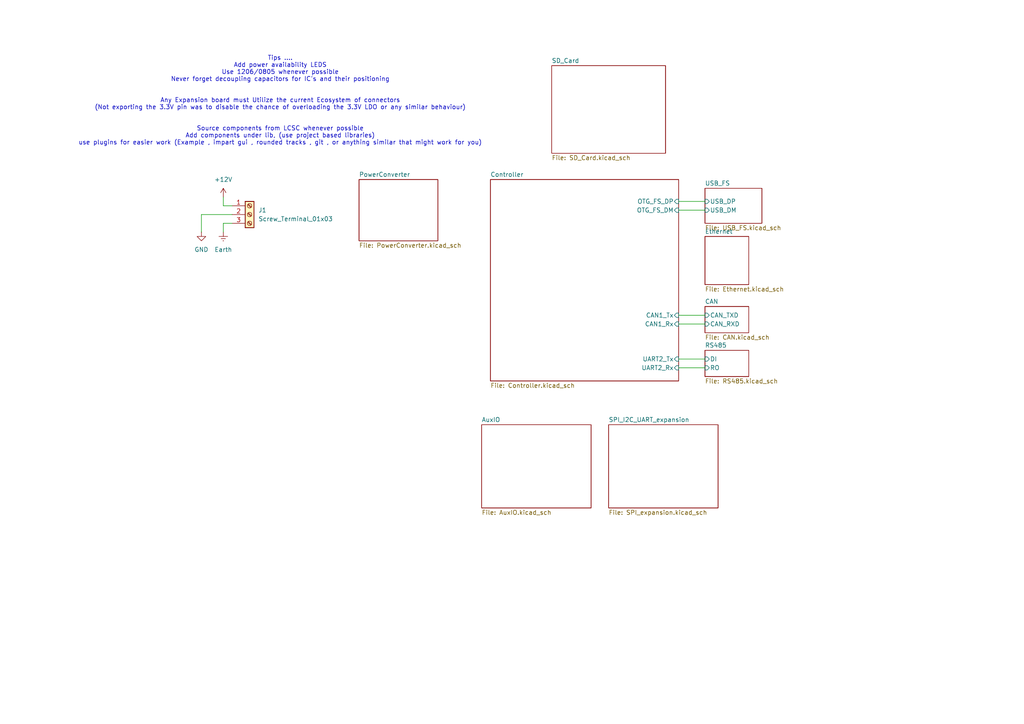
<source format=kicad_sch>
(kicad_sch (version 20250114) (generator "eeschema") (generator_version "9.0")
  (paper "A4")
  (lib_symbols
    (symbol "Connector:Screw_Terminal_01x03" (pin_names (offset 1.016) (hide yes))
      (property "Reference" "J" (at 0 5.08 0))
      (property "Value" "Screw_Terminal_01x03" (at 0 -5.08 0))
      (symbol "Screw_Terminal_01x03_1_1"
        (rectangle (start -1.27 3.81) (end 1.27 -3.81) (stroke (width 0.254)) (fill (type background)))
        (polyline (pts (xy -0.5334 2.8702) (xy 0.3302 2.032)) (stroke (width 0.1524)))
        (polyline (pts (xy -0.5334 0.3302) (xy 0.3302 -0.508)) (stroke (width 0.1524)))
        (polyline (pts (xy -0.5334 -2.2098) (xy 0.3302 -3.048)) (stroke (width 0.1524)))
        (polyline (pts (xy -0.3556 3.048) (xy 0.508 2.2098)) (stroke (width 0.1524)))
        (polyline (pts (xy -0.3556 0.508) (xy 0.508 -0.3302)) (stroke (width 0.1524)))
        (polyline (pts (xy -0.3556 -2.032) (xy 0.508 -2.8702)) (stroke (width 0.1524)))
        (circle (center 0 2.54) (radius 0.635) (stroke (width 0.1524)))
        (circle (center 0 0) (radius 0.635) (stroke (width 0.1524)))
        (circle (center 0 -2.54) (radius 0.635) (stroke (width 0.1524)))
        (pin passive line (at -5.08 2.54 0) (length 3.81) (name "Pin_1") (number "1"))
        (pin passive line (at -5.08 0 0) (length 3.81) (name "Pin_2") (number "2"))
        (pin passive line (at -5.08 -2.54 0) (length 3.81) (name "Pin_3") (number "3"))
      )
    )
    (symbol "power:+12V" (power) (pin_numbers (hide yes)) (pin_names (offset 0) (hide yes))
      (property "Value" "+12V" (at 0 3.556 0))
      (symbol "+12V_0_1"
        (polyline (pts (xy -0.762 1.27) (xy 0 2.54)))
        (polyline (pts (xy 0 2.54) (xy 0.762 1.27)))
        (polyline (pts (xy 0 0) (xy 0 2.54)))
      )
      (symbol "+12V_1_1"
        (pin power_in line (at 0 0 90) (length 0) (name "~") (number "1"))
      )
    )
    (symbol "power:Earth" (power) (pin_numbers (hide yes)) (pin_names (offset 0) (hide yes))
      (property "Value" "Earth" (at 0 -3.81 0))
      (symbol "Earth_0_1"
        (polyline (pts (xy -0.635 -1.905) (xy 0.635 -1.905)))
        (polyline (pts (xy -0.127 -2.54) (xy 0.127 -2.54)))
        (polyline (pts (xy 0 -1.27) (xy 0 0)))
        (polyline (pts (xy 1.27 -1.27) (xy -1.27 -1.27)))
      )
      (symbol "Earth_1_1"
        (pin power_in line (at 0 0 270) (length 0) (name "~") (number "1"))
      )
    )
    (symbol "power:GND" (power) (pin_numbers (hide yes)) (pin_names (offset 0) (hide yes))
      (property "Value" "GND" (at 0 -3.81 0))
      (symbol "GND_0_1"
        (polyline (pts (xy 0 0) (xy 0 -1.27) (xy 1.27 -1.27) (xy 0 -2.54) (xy -1.27 -1.27) (xy 0 -1.27)))
      )
      (symbol "GND_1_1"
        (pin power_in line (at 0 0 270) (length 0) (name "~") (number "1"))
      )
    )
  )
  (text "Tips ....\nAdd power availability LEDS\nUse 1206/0805 whenever possible\nNever forget decoupling capacitors for IC's and their positioning\n\n\nAny Expansion board must Utilize the current Ecosystem of connectors\n(Not exporting the 3.3V pin was to disable the chance of overloading the 3.3V LDO or any similar behaviour)\n\n\nSource components from LCSC whenever possible\nAdd components under lib, (use project based libraries)\nuse plugins for easier work (Example , impart gui , rounded tracks , git , or anything similar that might work for you)\n" (at 81.28 29.21 0) (effects (font (size 1.27 1.27))))
  (wire (pts (xy 196.85 58.42) (xy 204.47 58.42)))
  (wire (pts (xy 196.85 93.98) (xy 204.47 93.98)))
  (wire (pts (xy 196.85 104.14) (xy 204.47 104.14)))
  (wire (pts (xy 196.85 91.44) (xy 204.47 91.44)))
  (wire (pts (xy 196.85 60.96) (xy 204.47 60.96)))
  (wire (pts (xy 64.77 57.15) (xy 64.77 59.69)))
  (wire (pts (xy 64.77 64.77) (xy 67.31 64.77)))
  (wire (pts (xy 196.85 106.68) (xy 204.47 106.68)))
  (wire (pts (xy 64.77 59.69) (xy 67.31 59.69)))
  (wire (pts (xy 58.42 62.23) (xy 67.31 62.23)))
  (wire (pts (xy 58.42 62.23) (xy 58.42 67.31)))
  (wire (pts (xy 64.77 64.77) (xy 64.77 67.31)))
  (symbol (lib_id "power:+12V") (at 64.77 57.15 0) (unit 1)
    (property "Reference" "#PWR02" (effects (hide yes)))
    (property "Value" "+12V" (at 64.77 52.07 0))
    (property "Description" "Power symbol creates a global label with name \"+12V\"" (effects (hide yes)))
  )
  (symbol (lib_id "power:Earth") (at 64.77 67.31 0) (unit 1)
    (property "Reference" "#PWR03" (effects (hide yes)))
    (property "Value" "Earth" (at 64.77 72.39 0))
    (property "Description" "Power symbol creates a global label with name \"Earth\"" (effects (hide yes)))
  )
  (symbol (lib_id "Connector:Screw_Terminal_01x03") (at 72.39 62.23 0) (unit 1)
    (property "Reference" "J1" (at 74.93 60.9599 0) (effects (justify left)))
    (property "Value" "Screw_Terminal_01x03" (at 74.93 63.4999 0) (effects (justify left)))
    (property "Description" "Generic screw terminal, single row, 01x03, script generated (kicad-library-utils/schlib/autogen/connector/)" (effects (hide yes)))
  )
  (symbol (lib_id "power:GND") (at 58.42 67.31 0) (unit 1)
    (property "Reference" "#PWR01" (effects (hide yes)))
    (property "Value" "GND" (at 58.42 72.39 0))
    (property "Description" "Power symbol creates a global label with name \"GND\" , ground" (effects (hide yes)))
  )
  (sheet (at 160.02 19.05) (size 33.02 25.4) (stroke (width 0.1524))
    (property "Sheetname" "SD_Card" (at 160.02 18.3384 0) (effects (justify left bottom)))
    (property "Sheetfile" "SD_Card.kicad_sch" (at 160.02 45.0346 0) (effects (justify left top)))
  )
  (sheet (at 204.47 88.9) (size 12.7 7.62) (stroke (width 0.1524))
    (property "Sheetname" "CAN" (at 204.47 88.1884 0) (effects (justify left bottom)))
    (property "Sheetfile" "CAN.kicad_sch" (at 204.47 97.1046 0) (effects (justify left top)))
    (pin "CAN_RXD" input (at 204.47 93.98 180))
    (pin "CAN_TXD" input (at 204.47 91.44 180))
  )
  (sheet (at 204.47 68.58) (size 12.7 13.97) (stroke (width 0.1524))
    (property "Sheetname" "Ethernet" (at 204.47 67.8684 0) (effects (justify left bottom)))
    (property "Sheetfile" "Ethernet.kicad_sch" (at 204.47 83.1346 0) (effects (justify left top)))
  )
  (sheet (at 142.24 52.07) (size 54.61 58.42) (stroke (width 0.1524))
    (property "Sheetname" "Controller" (at 142.24 51.3584 0) (effects (justify left bottom)))
    (property "Sheetfile" "Controller.kicad_sch" (at 142.24 111.0746 0) (effects (justify left top)))
    (pin "UART2_Rx" input (at 196.85 106.68 0))
    (pin "UART2_Tx" input (at 196.85 104.14 0))
    (pin "CAN1_Rx" input (at 196.85 93.98 0))
    (pin "CAN1_Tx" input (at 196.85 91.44 0))
    (pin "OTG_FS_DM" input (at 196.85 60.96 0))
    (pin "OTG_FS_DP" input (at 196.85 58.42 0))
  )
  (sheet (at 139.7 123.19) (size 31.75 24.13) (stroke (width 0.1524))
    (property "Sheetname" "AuxIO" (at 139.7 122.4784 0) (effects (justify left bottom)))
    (property "Sheetfile" "AuxIO.kicad_sch" (at 139.7 147.9046 0) (effects (justify left top)))
  )
  (sheet (at 204.47 54.61) (size 16.51 10.16) (stroke (width 0.1524))
    (property "Sheetname" "USB_FS" (at 204.47 53.8984 0) (effects (justify left bottom)))
    (property "Sheetfile" "USB_FS.kicad_sch" (at 204.47 65.3546 0) (effects (justify left top)))
    (pin "USB_DM" input (at 204.47 60.96 180))
    (pin "USB_DP" input (at 204.47 58.42 180))
  )
  (sheet (at 104.14 52.07) (size 22.86 17.78) (stroke (width 0.1524))
    (property "Sheetname" "PowerConverter" (at 104.14 51.3584 0) (effects (justify left bottom)))
    (property "Sheetfile" "PowerConverter.kicad_sch" (at 104.14 70.4346 0) (effects (justify left top)))
  )
  (sheet (at 204.47 101.6) (size 12.7 7.62) (stroke (width 0.1524))
    (property "Sheetname" "RS485" (at 204.47 100.8884 0) (effects (justify left bottom)))
    (property "Sheetfile" "RS485.kicad_sch" (at 204.47 109.8046 0) (effects (justify left top)))
    (pin "DI" input (at 204.47 104.14 180))
    (pin "RO" input (at 204.47 106.68 180))
  )
  (sheet (at 176.53 123.19) (size 31.75 24.13) (stroke (width 0.1524))
    (property "Sheetname" "SPI_I2C_UART_expansion" (at 176.53 122.4784 0) (effects (justify left bottom)))
    (property "Sheetfile" "SPI_expansion.kicad_sch" (at 176.53 147.9046 0) (effects (justify left top)))
  )
)
</source>
